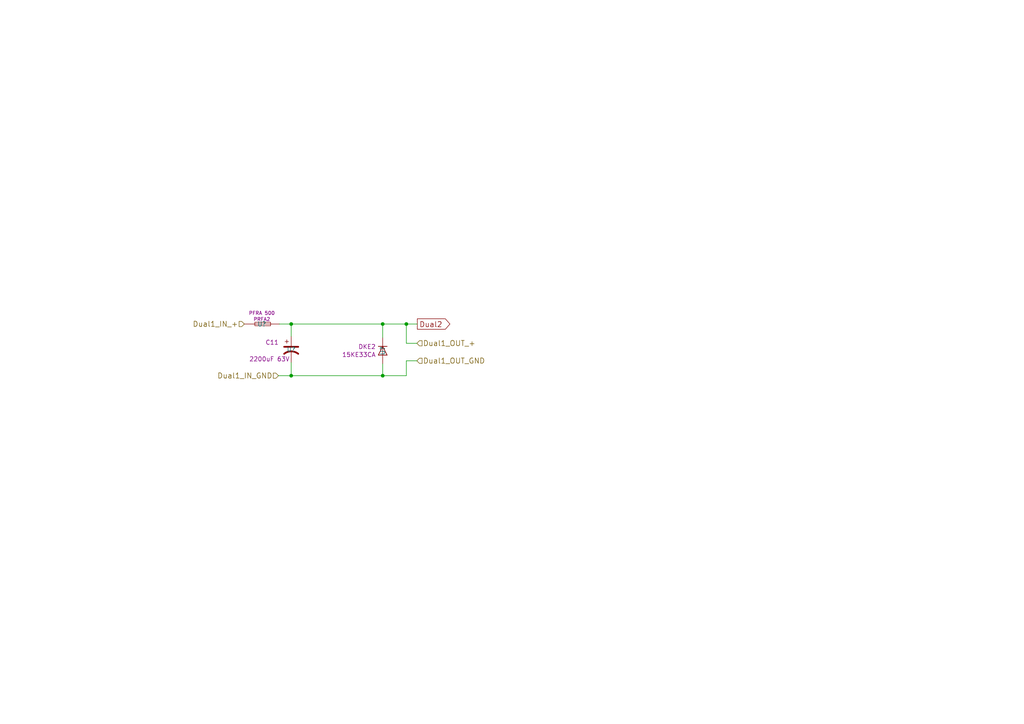
<source format=kicad_sch>
(kicad_sch (version 20200608) (host eeschema "(5.99.0-1946-g60915fbc7)")
  (page 7 33)
  (paper "A4")
  (title_block (title "Ardumower shield SVN Version") (date "2017-04-13") (rev "1.3") (company "ML AG JL UZ") (comment 1 "Motordriverschutz von JürgenL"))
  (lib_symbols
    (symbol "ardumower-mega-shield-svn-rescue:CP1-RESCUE-ardumower_mega_shield_svn" (pin_numbers hide) (pin_names (offset 0.254) hide)
      (property "Referenz" "C" (at 0.635 2.54 0))
      (property "Wert" "CP1-RESCUE-ardumower_mega_shield_svn" (at 0.635 -2.54 0))
      (symbol "CP1-RESCUE-ardumower_mega_shield_svn_0_1"
        (arc (start -2.032 -1.27) (end 2.032 -1.27) (radius (at 0 -3.81) (length 3.2512) (angles 128.7 51.3)) (stroke (width 0.508)))
        (polyline (pts (xy -2.032 0.762) (xy 2.032 0.762)) (stroke (width 0.508)))
        (polyline (pts (xy -1.778 2.286) (xy -0.762 2.286)))
        (polyline (pts (xy -1.27 1.778) (xy -1.27 2.794)))
      )
      (symbol "CP1-RESCUE-ardumower_mega_shield_svn_1_1"
        (pin passive line (at 0 3.81 270) (length 2.794) (name "~") (number "1"))
        (pin passive line (at 0 -3.81 90) (length 3.302) (name "~") (number "2"))
      )
    )
    (symbol "ardumower-mega-shield-svn-rescue:D-RESCUE-ardumower_mega_shield_svn" (pin_numbers hide) (pin_names hide)
      (property "Referenz" "D" (at 0 2.54 0))
      (property "Wert" "D-RESCUE-ardumower_mega_shield_svn" (at 0 -2.54 0))
      (symbol "D-RESCUE-ardumower_mega_shield_svn_0_1"
        (polyline (pts (xy -1.27 1.27) (xy -1.27 -1.27)) (stroke (width 0.2032)))
        (polyline (pts (xy 1.27 0) (xy -1.27 0)))
        (polyline (pts (xy 1.27 1.27) (xy 1.27 -1.27) (xy -1.27 0) (xy 1.27 1.27)) (stroke (width 0.2032)))
      )
      (symbol "D-RESCUE-ardumower_mega_shield_svn_1_1"
        (pin passive line (at -3.81 0 0) (length 2.54) (name "K") (number "1"))
        (pin passive line (at 3.81 0 180) (length 2.54) (name "A") (number "2"))
      )
    )
    (symbol "ardumower-mega-shield-svn-rescue:F_10A-RESCUE-ardumower_mega_shield_svn" (pin_numbers hide) (pin_names (offset 0.254))
      (property "Referenz" "EF" (at -4.572 2.032 0))
      (property "Wert" "F_10A-RESCUE-ardumower_mega_shield_svn" (at -2.54 -2.032 0))
      (symbol "F_10A-RESCUE-ardumower_mega_shield_svn_0_1"
        (polyline (pts (xy 2.032 0) (xy -2.54 0) (xy -2.54 0) (xy -2.54 0)))
        (polyline (pts (xy -2.54 0.508) (xy -2.54 -0.508) (xy 2.032 -0.508) (xy 2.032 0.508) (xy -2.54 0.508) (xy -2.54 0.508)))
      )
      (symbol "F_10A-RESCUE-ardumower_mega_shield_svn_1_1"
        (pin power_in line (at 5.08 0 180) (length 3.048) (name "~") (number "1"))
        (pin power_out line (at -5.08 0 0) (length 2.54) (name "~") (number "2"))
      )
    )
  )
  (junction (at 84.455 93.98))
  (junction (at 84.455 108.966))
  (junction (at 110.998 93.98))
  (junction (at 110.998 108.966))
  (junction (at 117.856 93.98))
  (wire (pts (xy 80.772 108.966) (xy 84.455 108.966)))
  (wire (pts (xy 81.026 93.98) (xy 84.455 93.98)))
  (wire (pts (xy 84.455 93.98) (xy 84.455 97.536)))
  (wire (pts (xy 84.455 93.98) (xy 110.998 93.98)))
  (wire (pts (xy 84.455 105.156) (xy 84.455 108.966)))
  (wire (pts (xy 84.455 108.966) (xy 110.998 108.966)))
  (wire (pts (xy 110.998 93.98) (xy 117.856 93.98)))
  (wire (pts (xy 110.998 97.917) (xy 110.998 93.98)))
  (wire (pts (xy 110.998 108.966) (xy 110.998 105.537)))
  (wire (pts (xy 110.998 108.966) (xy 117.856 108.966)))
  (wire (pts (xy 117.856 93.98) (xy 121.031 93.98)))
  (wire (pts (xy 117.856 99.568) (xy 117.856 93.98)))
  (wire (pts (xy 117.856 104.648) (xy 117.856 108.966)))
  (wire (pts (xy 120.904 99.568) (xy 117.856 99.568)))
  (wire (pts (xy 120.904 104.648) (xy 117.856 104.648)))
  (global_label "Dual2" (shape output) (at 121.031 93.98 0) (effects (font (size 1.524 1.524))))
  (hierarchical_label "Dual1_IN_+" (shape input) (at 70.866 93.98 180) (effects (font (size 1.524 1.524))))
  (hierarchical_label "Dual1_IN_GND" (shape input) (at 80.772 108.966 180) (effects (font (size 1.524 1.524))))
  (hierarchical_label "Dual1_OUT_+" (shape input) (at 120.904 99.568 0) (effects (font (size 1.524 1.524))))
  (hierarchical_label "Dual1_OUT_GND" (shape input) (at 120.904 104.648 0) (effects (font (size 1.524 1.524))))
  (symbol (lib_id "ardumower-mega-shield-svn-rescue:F_10A-RESCUE-ardumower_mega_shield_svn") (at 75.946 93.98 180) (unit 1)
    (property "Referenz" "PRFA2" (at 75.946 92.583 0) (effects (font (size 1.016 1.016))))
    (property "Wert" "PFRA 500" (at 75.946 90.805 0) (effects (font (size 1.016 1.016))))
    (property "Footprint" "Zimprich:PRFA_500" (effects hide))
  )
  (symbol (lib_id "ardumower-mega-shield-svn-rescue:D-RESCUE-ardumower_mega_shield_svn") (at 110.998 101.727 270) (unit 1)
    (property "Referenz" "DKE2" (at 109.0168 100.5586 90) (effects (justify right)))
    (property "Wert" "15KE33CA" (at 109.0168 102.87 90) (effects (justify right)))
    (property "Footprint" "Zimprich:Diode_liegend_BY500_1000_RM15" (effects hide))
    (property "Datenblatt" "-" (effects hide))
    (property "Gehäuseart" "DO-214AA" (effects hide))
    (property "Bestelllink" "https://www.reichelt.de/Ueberspannungs-schutzdioden/1-5KE-33CA/3/index.html?ACTION=3&LA=446&ARTICLE=41873&GROUPID=3000&artnr=1%2C5KE+33CA&SEARCH=15KE33CA" (effects hide))
    (property "Technische Daten" "Value" (effects hide))
    (property "Bestellnummer" "R: 1,5KE 33CA" (effects hide))
    (property "Funktion" "Value" (effects hide))
    (property "Hersteller" "Value" (effects hide))
    (property "Hersteller Bestellnummer" "Value" (effects hide))
  )
  (symbol (lib_id "ardumower-mega-shield-svn-rescue:CP1-RESCUE-ardumower_mega_shield_svn") (at 84.455 101.346 0) (unit 1)
    (property "Referenz" "C11" (at 76.962 99.314 0) (effects (justify left)))
    (property "Wert" "2200uF 63V" (at 72.263 104.14 0) (effects (justify left)))
    (property "Footprint" "Capacitors_ThroughHole:C_Radial_D18_L36_P7.5" (effects hide))
    (property "Bestellnummer" "Value" (effects hide))
    (property "Bestelllink" "Value" (effects hide))
  )
)
</source>
